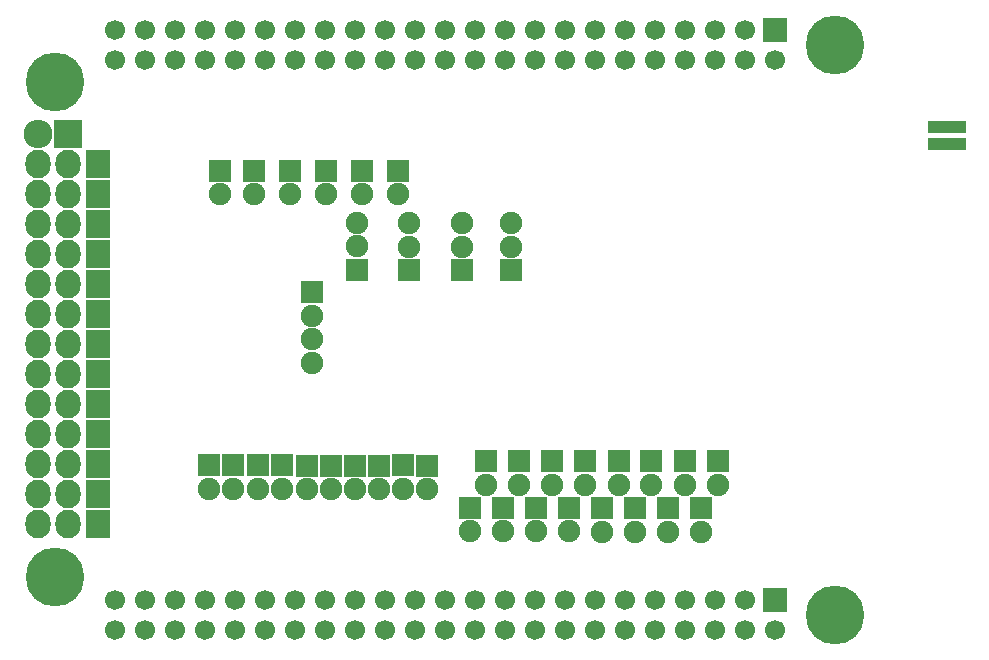
<source format=gbs>
G04 #@! TF.FileFunction,Soldermask,Bot*
%FSLAX46Y46*%
G04 Gerber Fmt 4.6, Leading zero omitted, Abs format (unit mm)*
G04 Created by KiCad (PCBNEW 0.201603200401+6630~43~ubuntu14.04.1-product) date Tue 22 Mar 2016 10:49:07 AM CET*
%MOMM*%
G01*
G04 APERTURE LIST*
%ADD10C,0.100000*%
%ADD11R,3.200000X1.100000*%
%ADD12C,1.900000*%
%ADD13R,1.900000X1.900000*%
%ADD14R,2.127200X2.432000*%
%ADD15O,2.127200X2.432000*%
%ADD16C,4.972000*%
%ADD17R,2.051000X2.051000*%
%ADD18C,1.700480*%
%ADD19R,2.432000X2.432000*%
%ADD20O,2.432000X2.432000*%
G04 APERTURE END LIST*
D10*
D11*
X164566000Y-70727000D03*
X164566000Y-69227000D03*
D12*
X127635000Y-77375000D03*
D13*
X127635000Y-81375000D03*
D12*
X127635000Y-79375000D03*
X123444000Y-77375000D03*
D13*
X123444000Y-81375000D03*
D12*
X123444000Y-79375000D03*
X118999000Y-77375000D03*
D13*
X118999000Y-81375000D03*
D12*
X118999000Y-79375000D03*
X114554000Y-77343000D03*
D13*
X114554000Y-81343000D03*
D12*
X114554000Y-79343000D03*
D14*
X92671900Y-72377300D03*
D15*
X90131900Y-72377300D03*
X87591900Y-72377300D03*
D14*
X92671900Y-74917300D03*
D15*
X90131900Y-74917300D03*
X87591900Y-74917300D03*
D14*
X92671900Y-77457300D03*
D15*
X90131900Y-77457300D03*
X87591900Y-77457300D03*
D14*
X92671900Y-79997300D03*
D15*
X90131900Y-79997300D03*
X87591900Y-79997300D03*
D14*
X92671900Y-82537300D03*
D15*
X90131900Y-82537300D03*
X87591900Y-82537300D03*
D14*
X92671900Y-85077300D03*
D15*
X90131900Y-85077300D03*
X87591900Y-85077300D03*
D14*
X92671900Y-87617300D03*
D15*
X90131900Y-87617300D03*
X87591900Y-87617300D03*
D14*
X92671900Y-90157300D03*
D15*
X90131900Y-90157300D03*
X87591900Y-90157300D03*
D14*
X92671900Y-92697300D03*
D15*
X90131900Y-92697300D03*
X87591900Y-92697300D03*
D14*
X92671900Y-95237300D03*
D15*
X90131900Y-95237300D03*
X87591900Y-95237300D03*
D14*
X92671900Y-97777300D03*
D15*
X90131900Y-97777300D03*
X87591900Y-97777300D03*
D14*
X92671900Y-100317300D03*
D15*
X90131900Y-100317300D03*
X87591900Y-100317300D03*
D14*
X92671900Y-102857300D03*
D15*
X90131900Y-102857300D03*
X87591900Y-102857300D03*
D12*
X110807500Y-89233000D03*
X110807500Y-87233000D03*
D13*
X110807500Y-83233000D03*
D12*
X110807500Y-85233000D03*
D16*
X89052400Y-65481200D03*
X155092400Y-62306200D03*
X155092400Y-110566200D03*
X89052400Y-107391200D03*
D17*
X150012400Y-61036200D03*
D18*
X150012400Y-63576200D03*
X147472400Y-61036200D03*
X147472400Y-63576200D03*
X144932400Y-61036200D03*
X144932400Y-63576200D03*
X142392400Y-61036200D03*
X142392400Y-63576200D03*
X139852400Y-61036200D03*
X139852400Y-63576200D03*
X137312400Y-61036200D03*
X137312400Y-63576200D03*
X134772400Y-61036200D03*
X134772400Y-63576200D03*
X132232400Y-61036200D03*
X132232400Y-63576200D03*
X129692400Y-61036200D03*
X129692400Y-63576200D03*
X127152400Y-61036200D03*
X127152400Y-63576200D03*
X124612400Y-61036200D03*
X124612400Y-63576200D03*
X122072400Y-61036200D03*
X122072400Y-63576200D03*
X119532400Y-61036200D03*
X119532400Y-63576200D03*
X116992400Y-61036200D03*
X116992400Y-63576200D03*
X114452400Y-61036200D03*
X114452400Y-63576200D03*
X111912400Y-61036200D03*
X111912400Y-63576200D03*
X109372400Y-61036200D03*
X109372400Y-63576200D03*
X106832400Y-61036200D03*
X106832400Y-63576200D03*
X104292400Y-61036200D03*
X104292400Y-63576200D03*
X101752400Y-61036200D03*
X101752400Y-63576200D03*
X99212400Y-61036200D03*
X99212400Y-63576200D03*
X96672400Y-61036200D03*
X96672400Y-63576200D03*
X94132400Y-61036200D03*
X94132400Y-63576200D03*
D17*
X150012400Y-109296200D03*
D18*
X150012400Y-111836200D03*
X147472400Y-109296200D03*
X147472400Y-111836200D03*
X144932400Y-109296200D03*
X144932400Y-111836200D03*
X142392400Y-109296200D03*
X142392400Y-111836200D03*
X139852400Y-109296200D03*
X139852400Y-111836200D03*
X137312400Y-109296200D03*
X137312400Y-111836200D03*
X134772400Y-109296200D03*
X134772400Y-111836200D03*
X132232400Y-109296200D03*
X132232400Y-111836200D03*
X129692400Y-109296200D03*
X129692400Y-111836200D03*
X127152400Y-109296200D03*
X127152400Y-111836200D03*
X124612400Y-109296200D03*
X124612400Y-111836200D03*
X122072400Y-109296200D03*
X122072400Y-111836200D03*
X119532400Y-109296200D03*
X119532400Y-111836200D03*
X116992400Y-109296200D03*
X116992400Y-111836200D03*
X114452400Y-109296200D03*
X114452400Y-111836200D03*
X111912400Y-109296200D03*
X111912400Y-111836200D03*
X109372400Y-109296200D03*
X109372400Y-111836200D03*
X106832400Y-109296200D03*
X106832400Y-111836200D03*
X104292400Y-109296200D03*
X104292400Y-111836200D03*
X101752400Y-109296200D03*
X101752400Y-111836200D03*
X99212400Y-109296200D03*
X99212400Y-111836200D03*
X96672400Y-109296200D03*
X96672400Y-111836200D03*
X94132400Y-109296200D03*
X94132400Y-111836200D03*
D19*
X90119200Y-69837300D03*
D20*
X87579200Y-69837300D03*
D13*
X124142500Y-101489000D03*
D12*
X124142500Y-103489000D03*
D13*
X125539500Y-97536000D03*
D12*
X125539500Y-99536000D03*
D13*
X126936500Y-101473000D03*
D12*
X126936500Y-103473000D03*
D13*
X128333500Y-97536000D03*
D12*
X128333500Y-99536000D03*
D13*
X129730500Y-101473000D03*
D12*
X129730500Y-103473000D03*
D13*
X131127500Y-97536000D03*
D12*
X131127500Y-99536000D03*
D13*
X132524500Y-101473000D03*
D12*
X132524500Y-103473000D03*
D13*
X133921500Y-97536000D03*
D12*
X133921500Y-99536000D03*
D13*
X135318500Y-101505000D03*
D12*
X135318500Y-103505000D03*
D13*
X136779000Y-97536000D03*
D12*
X136779000Y-99536000D03*
D13*
X138112500Y-101536500D03*
D12*
X138112500Y-103536500D03*
D13*
X139509500Y-97536000D03*
D12*
X139509500Y-99536000D03*
D13*
X140906500Y-101552500D03*
D12*
X140906500Y-103552500D03*
D13*
X142367000Y-97536000D03*
D12*
X142367000Y-99536000D03*
D13*
X143700500Y-101552500D03*
D12*
X143700500Y-103552500D03*
D13*
X145161000Y-97536000D03*
D12*
X145161000Y-99536000D03*
D13*
X102044500Y-97904300D03*
D12*
X102044500Y-99904300D03*
D13*
X104127300Y-97904300D03*
D12*
X104127300Y-99904300D03*
D13*
X106222800Y-97904300D03*
D12*
X106222800Y-99904300D03*
D13*
X108254800Y-97904300D03*
D12*
X108254800Y-99904300D03*
D13*
X110337600Y-97920300D03*
D12*
X110337600Y-99920300D03*
D13*
X112369600Y-97936300D03*
D12*
X112369600Y-99936300D03*
D13*
X114439700Y-97920300D03*
D12*
X114439700Y-99920300D03*
D13*
X116471700Y-97929700D03*
D12*
X116471700Y-99929700D03*
D13*
X118491000Y-97904300D03*
D12*
X118491000Y-99904300D03*
D13*
X120523000Y-97920300D03*
D12*
X120523000Y-99920300D03*
D13*
X114998500Y-72961500D03*
D12*
X114998500Y-74961500D03*
D13*
X111950500Y-72961500D03*
D12*
X111950500Y-74961500D03*
D13*
X118046500Y-72961500D03*
D12*
X118046500Y-74961500D03*
D13*
X105854500Y-72961500D03*
D12*
X105854500Y-74961500D03*
D13*
X108902500Y-72961500D03*
D12*
X108902500Y-74961500D03*
D13*
X102997000Y-72961500D03*
D12*
X102997000Y-74961500D03*
M02*

</source>
